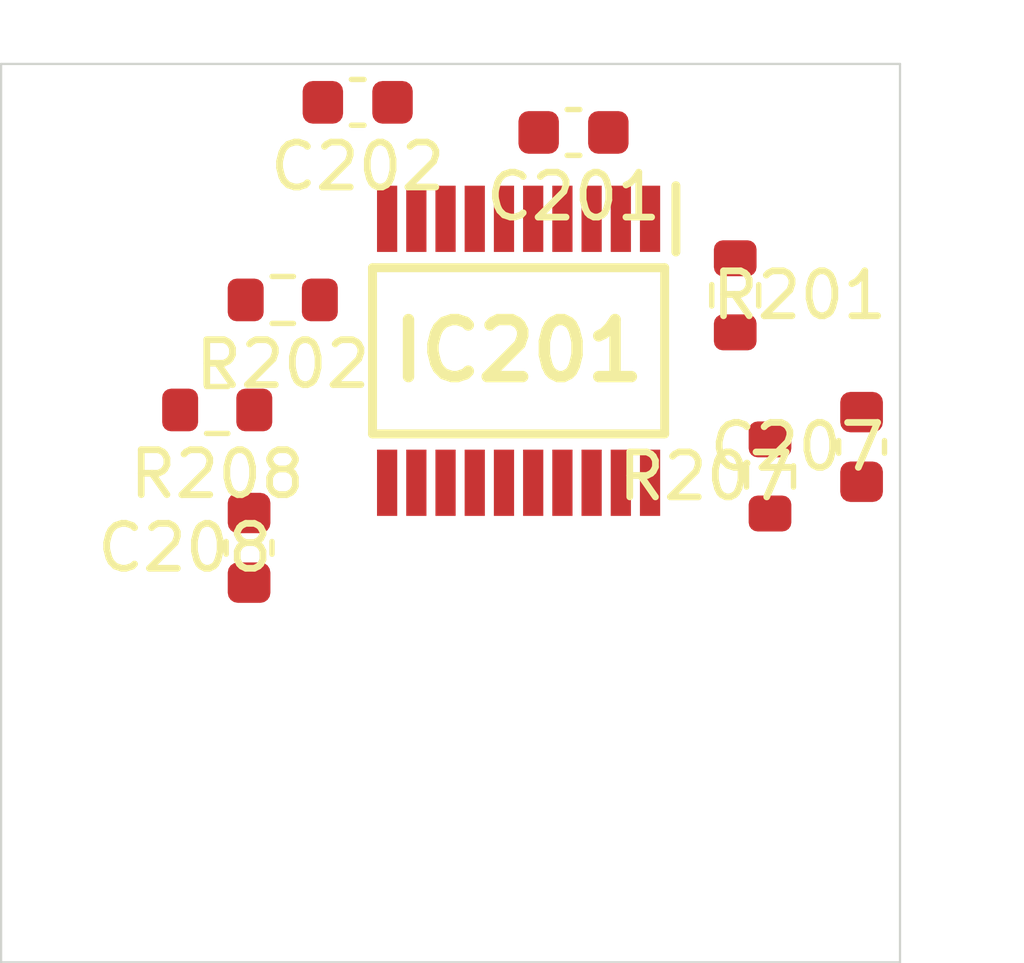
<source format=kicad_pcb>
 ( kicad_pcb  ( version 20171130 )
 ( host pcbnew 5.1.12-84ad8e8a86~92~ubuntu18.04.1 )
 ( general  ( thickness 1.6 )
 ( drawings 4 )
 ( tracks 0 )
 ( zones 0 )
 ( modules 9 )
 ( nets 19 )
)
 ( page A4 )
 ( layers  ( 0 F.Cu signal )
 ( 31 B.Cu signal )
 ( 32 B.Adhes user )
 ( 33 F.Adhes user )
 ( 34 B.Paste user )
 ( 35 F.Paste user )
 ( 36 B.SilkS user )
 ( 37 F.SilkS user )
 ( 38 B.Mask user )
 ( 39 F.Mask user )
 ( 40 Dwgs.User user )
 ( 41 Cmts.User user )
 ( 42 Eco1.User user )
 ( 43 Eco2.User user )
 ( 44 Edge.Cuts user )
 ( 45 Margin user )
 ( 46 B.CrtYd user )
 ( 47 F.CrtYd user )
 ( 48 B.Fab user )
 ( 49 F.Fab user )
)
 ( setup  ( last_trace_width 0.25 )
 ( trace_clearance 0.2 )
 ( zone_clearance 0.508 )
 ( zone_45_only no )
 ( trace_min 0.2 )
 ( via_size 0.8 )
 ( via_drill 0.4 )
 ( via_min_size 0.4 )
 ( via_min_drill 0.3 )
 ( uvia_size 0.3 )
 ( uvia_drill 0.1 )
 ( uvias_allowed no )
 ( uvia_min_size 0.2 )
 ( uvia_min_drill 0.1 )
 ( edge_width 0.05 )
 ( segment_width 0.2 )
 ( pcb_text_width 0.3 )
 ( pcb_text_size 1.5 1.5 )
 ( mod_edge_width 0.12 )
 ( mod_text_size 1 1 )
 ( mod_text_width 0.15 )
 ( pad_size 1.524 1.524 )
 ( pad_drill 0.762 )
 ( pad_to_mask_clearance 0 )
 ( aux_axis_origin 0 0 )
 ( visible_elements FFFFFF7F )
 ( pcbplotparams  ( layerselection 0x010fc_ffffffff )
 ( usegerberextensions false )
 ( usegerberattributes true )
 ( usegerberadvancedattributes true )
 ( creategerberjobfile true )
 ( excludeedgelayer true )
 ( linewidth 0.100000 )
 ( plotframeref false )
 ( viasonmask false )
 ( mode 1 )
 ( useauxorigin false )
 ( hpglpennumber 1 )
 ( hpglpenspeed 20 )
 ( hpglpendiameter 15.000000 )
 ( psnegative false )
 ( psa4output false )
 ( plotreference true )
 ( plotvalue true )
 ( plotinvisibletext false )
 ( padsonsilk false )
 ( subtractmaskfromsilk false )
 ( outputformat 1 )
 ( mirror false )
 ( drillshape 1 )
 ( scaleselection 1 )
 ( outputdirectory "" )
)
)
 ( net 0 "" )
 ( net 1 GND )
 ( net 2 /Sheet6235D886/ch0 )
 ( net 3 /Sheet6235D886/ch1 )
 ( net 4 /Sheet6235D886/ch2 )
 ( net 5 /Sheet6235D886/ch3 )
 ( net 6 /Sheet6235D886/ch4 )
 ( net 7 /Sheet6235D886/ch5 )
 ( net 8 /Sheet6235D886/ch6 )
 ( net 9 /Sheet6235D886/ch7 )
 ( net 10 VDD )
 ( net 11 VDDA )
 ( net 12 /Sheet6235D886/adc_csn )
 ( net 13 /Sheet6235D886/adc_sck )
 ( net 14 /Sheet6235D886/adc_sdi )
 ( net 15 /Sheet6235D886/adc_sdo )
 ( net 16 /Sheet6235D886/vp )
 ( net 17 /Sheet6248AD22/chn0 )
 ( net 18 /Sheet6248AD22/chn3 )
 ( net_class Default "This is the default net class."  ( clearance 0.2 )
 ( trace_width 0.25 )
 ( via_dia 0.8 )
 ( via_drill 0.4 )
 ( uvia_dia 0.3 )
 ( uvia_drill 0.1 )
 ( add_net /Sheet6235D886/adc_csn )
 ( add_net /Sheet6235D886/adc_sck )
 ( add_net /Sheet6235D886/adc_sdi )
 ( add_net /Sheet6235D886/adc_sdo )
 ( add_net /Sheet6235D886/ch0 )
 ( add_net /Sheet6235D886/ch1 )
 ( add_net /Sheet6235D886/ch2 )
 ( add_net /Sheet6235D886/ch3 )
 ( add_net /Sheet6235D886/ch4 )
 ( add_net /Sheet6235D886/ch5 )
 ( add_net /Sheet6235D886/ch6 )
 ( add_net /Sheet6235D886/ch7 )
 ( add_net /Sheet6235D886/vp )
 ( add_net /Sheet6248AD22/chn0 )
 ( add_net /Sheet6248AD22/chn3 )
 ( add_net GND )
 ( add_net VDD )
 ( add_net VDDA )
)
 ( module Capacitor_SMD:C_0603_1608Metric  ( layer F.Cu )
 ( tedit 5F68FEEE )
 ( tstamp 6234222D )
 ( at 92.735346 101.524821 180.000000 )
 ( descr "Capacitor SMD 0603 (1608 Metric), square (rectangular) end terminal, IPC_7351 nominal, (Body size source: IPC-SM-782 page 76, https://www.pcb-3d.com/wordpress/wp-content/uploads/ipc-sm-782a_amendment_1_and_2.pdf), generated with kicad-footprint-generator" )
 ( tags capacitor )
 ( path /6235D887/623691C5 )
 ( attr smd )
 ( fp_text reference C201  ( at 0 -1.43 )
 ( layer F.SilkS )
 ( effects  ( font  ( size 1 1 )
 ( thickness 0.15 )
)
)
)
 ( fp_text value 0.1uF  ( at 0 1.43 )
 ( layer F.Fab )
 ( effects  ( font  ( size 1 1 )
 ( thickness 0.15 )
)
)
)
 ( fp_line  ( start -0.8 0.4 )
 ( end -0.8 -0.4 )
 ( layer F.Fab )
 ( width 0.1 )
)
 ( fp_line  ( start -0.8 -0.4 )
 ( end 0.8 -0.4 )
 ( layer F.Fab )
 ( width 0.1 )
)
 ( fp_line  ( start 0.8 -0.4 )
 ( end 0.8 0.4 )
 ( layer F.Fab )
 ( width 0.1 )
)
 ( fp_line  ( start 0.8 0.4 )
 ( end -0.8 0.4 )
 ( layer F.Fab )
 ( width 0.1 )
)
 ( fp_line  ( start -0.14058 -0.51 )
 ( end 0.14058 -0.51 )
 ( layer F.SilkS )
 ( width 0.12 )
)
 ( fp_line  ( start -0.14058 0.51 )
 ( end 0.14058 0.51 )
 ( layer F.SilkS )
 ( width 0.12 )
)
 ( fp_line  ( start -1.48 0.73 )
 ( end -1.48 -0.73 )
 ( layer F.CrtYd )
 ( width 0.05 )
)
 ( fp_line  ( start -1.48 -0.73 )
 ( end 1.48 -0.73 )
 ( layer F.CrtYd )
 ( width 0.05 )
)
 ( fp_line  ( start 1.48 -0.73 )
 ( end 1.48 0.73 )
 ( layer F.CrtYd )
 ( width 0.05 )
)
 ( fp_line  ( start 1.48 0.73 )
 ( end -1.48 0.73 )
 ( layer F.CrtYd )
 ( width 0.05 )
)
 ( fp_text user %R  ( at 0 0 )
 ( layer F.Fab )
 ( effects  ( font  ( size 0.4 0.4 )
 ( thickness 0.06 )
)
)
)
 ( pad 2 smd roundrect  ( at 0.775 0 180.000000 )
 ( size 0.9 0.95 )
 ( layers F.Cu F.Mask F.Paste )
 ( roundrect_rratio 0.25 )
 ( net 1 GND )
)
 ( pad 1 smd roundrect  ( at -0.775 0 180.000000 )
 ( size 0.9 0.95 )
 ( layers F.Cu F.Mask F.Paste )
 ( roundrect_rratio 0.25 )
 ( net 2 /Sheet6235D886/ch0 )
)
 ( model ${KISYS3DMOD}/Capacitor_SMD.3dshapes/C_0603_1608Metric.wrl  ( at  ( xyz 0 0 0 )
)
 ( scale  ( xyz 1 1 1 )
)
 ( rotate  ( xyz 0 0 0 )
)
)
)
 ( module Capacitor_SMD:C_0603_1608Metric  ( layer F.Cu )
 ( tedit 5F68FEEE )
 ( tstamp 6234223E )
 ( at 87.933521 100.855000 180.000000 )
 ( descr "Capacitor SMD 0603 (1608 Metric), square (rectangular) end terminal, IPC_7351 nominal, (Body size source: IPC-SM-782 page 76, https://www.pcb-3d.com/wordpress/wp-content/uploads/ipc-sm-782a_amendment_1_and_2.pdf), generated with kicad-footprint-generator" )
 ( tags capacitor )
 ( path /6235D887/62369EE0 )
 ( attr smd )
 ( fp_text reference C202  ( at 0 -1.43 )
 ( layer F.SilkS )
 ( effects  ( font  ( size 1 1 )
 ( thickness 0.15 )
)
)
)
 ( fp_text value 0.1uF  ( at 0 1.43 )
 ( layer F.Fab )
 ( effects  ( font  ( size 1 1 )
 ( thickness 0.15 )
)
)
)
 ( fp_line  ( start 1.48 0.73 )
 ( end -1.48 0.73 )
 ( layer F.CrtYd )
 ( width 0.05 )
)
 ( fp_line  ( start 1.48 -0.73 )
 ( end 1.48 0.73 )
 ( layer F.CrtYd )
 ( width 0.05 )
)
 ( fp_line  ( start -1.48 -0.73 )
 ( end 1.48 -0.73 )
 ( layer F.CrtYd )
 ( width 0.05 )
)
 ( fp_line  ( start -1.48 0.73 )
 ( end -1.48 -0.73 )
 ( layer F.CrtYd )
 ( width 0.05 )
)
 ( fp_line  ( start -0.14058 0.51 )
 ( end 0.14058 0.51 )
 ( layer F.SilkS )
 ( width 0.12 )
)
 ( fp_line  ( start -0.14058 -0.51 )
 ( end 0.14058 -0.51 )
 ( layer F.SilkS )
 ( width 0.12 )
)
 ( fp_line  ( start 0.8 0.4 )
 ( end -0.8 0.4 )
 ( layer F.Fab )
 ( width 0.1 )
)
 ( fp_line  ( start 0.8 -0.4 )
 ( end 0.8 0.4 )
 ( layer F.Fab )
 ( width 0.1 )
)
 ( fp_line  ( start -0.8 -0.4 )
 ( end 0.8 -0.4 )
 ( layer F.Fab )
 ( width 0.1 )
)
 ( fp_line  ( start -0.8 0.4 )
 ( end -0.8 -0.4 )
 ( layer F.Fab )
 ( width 0.1 )
)
 ( fp_text user %R  ( at 0 0 )
 ( layer F.Fab )
 ( effects  ( font  ( size 0.4 0.4 )
 ( thickness 0.06 )
)
)
)
 ( pad 1 smd roundrect  ( at -0.775 0 180.000000 )
 ( size 0.9 0.95 )
 ( layers F.Cu F.Mask F.Paste )
 ( roundrect_rratio 0.25 )
 ( net 1 GND )
)
 ( pad 2 smd roundrect  ( at 0.775 0 180.000000 )
 ( size 0.9 0.95 )
 ( layers F.Cu F.Mask F.Paste )
 ( roundrect_rratio 0.25 )
 ( net 3 /Sheet6235D886/ch1 )
)
 ( model ${KISYS3DMOD}/Capacitor_SMD.3dshapes/C_0603_1608Metric.wrl  ( at  ( xyz 0 0 0 )
)
 ( scale  ( xyz 1 1 1 )
)
 ( rotate  ( xyz 0 0 0 )
)
)
)
 ( module Capacitor_SMD:C_0603_1608Metric  ( layer F.Cu )
 ( tedit 5F68FEEE )
 ( tstamp 62342293 )
 ( at 99.145000 108.526040 90.000000 )
 ( descr "Capacitor SMD 0603 (1608 Metric), square (rectangular) end terminal, IPC_7351 nominal, (Body size source: IPC-SM-782 page 76, https://www.pcb-3d.com/wordpress/wp-content/uploads/ipc-sm-782a_amendment_1_and_2.pdf), generated with kicad-footprint-generator" )
 ( tags capacitor )
 ( path /6235D887/6238B3FE )
 ( attr smd )
 ( fp_text reference C207  ( at 0 -1.43 )
 ( layer F.SilkS )
 ( effects  ( font  ( size 1 1 )
 ( thickness 0.15 )
)
)
)
 ( fp_text value 0.1uF  ( at 0 1.43 )
 ( layer F.Fab )
 ( effects  ( font  ( size 1 1 )
 ( thickness 0.15 )
)
)
)
 ( fp_line  ( start -0.8 0.4 )
 ( end -0.8 -0.4 )
 ( layer F.Fab )
 ( width 0.1 )
)
 ( fp_line  ( start -0.8 -0.4 )
 ( end 0.8 -0.4 )
 ( layer F.Fab )
 ( width 0.1 )
)
 ( fp_line  ( start 0.8 -0.4 )
 ( end 0.8 0.4 )
 ( layer F.Fab )
 ( width 0.1 )
)
 ( fp_line  ( start 0.8 0.4 )
 ( end -0.8 0.4 )
 ( layer F.Fab )
 ( width 0.1 )
)
 ( fp_line  ( start -0.14058 -0.51 )
 ( end 0.14058 -0.51 )
 ( layer F.SilkS )
 ( width 0.12 )
)
 ( fp_line  ( start -0.14058 0.51 )
 ( end 0.14058 0.51 )
 ( layer F.SilkS )
 ( width 0.12 )
)
 ( fp_line  ( start -1.48 0.73 )
 ( end -1.48 -0.73 )
 ( layer F.CrtYd )
 ( width 0.05 )
)
 ( fp_line  ( start -1.48 -0.73 )
 ( end 1.48 -0.73 )
 ( layer F.CrtYd )
 ( width 0.05 )
)
 ( fp_line  ( start 1.48 -0.73 )
 ( end 1.48 0.73 )
 ( layer F.CrtYd )
 ( width 0.05 )
)
 ( fp_line  ( start 1.48 0.73 )
 ( end -1.48 0.73 )
 ( layer F.CrtYd )
 ( width 0.05 )
)
 ( fp_text user %R  ( at 0 0 )
 ( layer F.Fab )
 ( effects  ( font  ( size 0.4 0.4 )
 ( thickness 0.06 )
)
)
)
 ( pad 2 smd roundrect  ( at 0.775 0 90.000000 )
 ( size 0.9 0.95 )
 ( layers F.Cu F.Mask F.Paste )
 ( roundrect_rratio 0.25 )
 ( net 1 GND )
)
 ( pad 1 smd roundrect  ( at -0.775 0 90.000000 )
 ( size 0.9 0.95 )
 ( layers F.Cu F.Mask F.Paste )
 ( roundrect_rratio 0.25 )
 ( net 8 /Sheet6235D886/ch6 )
)
 ( model ${KISYS3DMOD}/Capacitor_SMD.3dshapes/C_0603_1608Metric.wrl  ( at  ( xyz 0 0 0 )
)
 ( scale  ( xyz 1 1 1 )
)
 ( rotate  ( xyz 0 0 0 )
)
)
)
 ( module Capacitor_SMD:C_0603_1608Metric  ( layer F.Cu )
 ( tedit 5F68FEEE )
 ( tstamp 623422A4 )
 ( at 85.516975 110.772342 90.000000 )
 ( descr "Capacitor SMD 0603 (1608 Metric), square (rectangular) end terminal, IPC_7351 nominal, (Body size source: IPC-SM-782 page 76, https://www.pcb-3d.com/wordpress/wp-content/uploads/ipc-sm-782a_amendment_1_and_2.pdf), generated with kicad-footprint-generator" )
 ( tags capacitor )
 ( path /6235D887/6238B404 )
 ( attr smd )
 ( fp_text reference C208  ( at 0 -1.43 )
 ( layer F.SilkS )
 ( effects  ( font  ( size 1 1 )
 ( thickness 0.15 )
)
)
)
 ( fp_text value 0.1uF  ( at 0 1.43 )
 ( layer F.Fab )
 ( effects  ( font  ( size 1 1 )
 ( thickness 0.15 )
)
)
)
 ( fp_line  ( start 1.48 0.73 )
 ( end -1.48 0.73 )
 ( layer F.CrtYd )
 ( width 0.05 )
)
 ( fp_line  ( start 1.48 -0.73 )
 ( end 1.48 0.73 )
 ( layer F.CrtYd )
 ( width 0.05 )
)
 ( fp_line  ( start -1.48 -0.73 )
 ( end 1.48 -0.73 )
 ( layer F.CrtYd )
 ( width 0.05 )
)
 ( fp_line  ( start -1.48 0.73 )
 ( end -1.48 -0.73 )
 ( layer F.CrtYd )
 ( width 0.05 )
)
 ( fp_line  ( start -0.14058 0.51 )
 ( end 0.14058 0.51 )
 ( layer F.SilkS )
 ( width 0.12 )
)
 ( fp_line  ( start -0.14058 -0.51 )
 ( end 0.14058 -0.51 )
 ( layer F.SilkS )
 ( width 0.12 )
)
 ( fp_line  ( start 0.8 0.4 )
 ( end -0.8 0.4 )
 ( layer F.Fab )
 ( width 0.1 )
)
 ( fp_line  ( start 0.8 -0.4 )
 ( end 0.8 0.4 )
 ( layer F.Fab )
 ( width 0.1 )
)
 ( fp_line  ( start -0.8 -0.4 )
 ( end 0.8 -0.4 )
 ( layer F.Fab )
 ( width 0.1 )
)
 ( fp_line  ( start -0.8 0.4 )
 ( end -0.8 -0.4 )
 ( layer F.Fab )
 ( width 0.1 )
)
 ( fp_text user %R  ( at 0 0 )
 ( layer F.Fab )
 ( effects  ( font  ( size 0.4 0.4 )
 ( thickness 0.06 )
)
)
)
 ( pad 1 smd roundrect  ( at -0.775 0 90.000000 )
 ( size 0.9 0.95 )
 ( layers F.Cu F.Mask F.Paste )
 ( roundrect_rratio 0.25 )
 ( net 1 GND )
)
 ( pad 2 smd roundrect  ( at 0.775 0 90.000000 )
 ( size 0.9 0.95 )
 ( layers F.Cu F.Mask F.Paste )
 ( roundrect_rratio 0.25 )
 ( net 9 /Sheet6235D886/ch7 )
)
 ( model ${KISYS3DMOD}/Capacitor_SMD.3dshapes/C_0603_1608Metric.wrl  ( at  ( xyz 0 0 0 )
)
 ( scale  ( xyz 1 1 1 )
)
 ( rotate  ( xyz 0 0 0 )
)
)
)
 ( module MCP3564R-E_ST:SOP65P640X120-20N locked  ( layer F.Cu )
 ( tedit 623351C2 )
 ( tstamp 623423D6 )
 ( at 91.513300 106.386000 270.000000 )
 ( descr "20-Lead Plastic Thin Shrink Small Outline (ST) - 4.4mm body [TSSOP]" )
 ( tags "Integrated Circuit" )
 ( path /6235D887/6235E071 )
 ( attr smd )
 ( fp_text reference IC201  ( at 0 0 )
 ( layer F.SilkS )
 ( effects  ( font  ( size 1.27 1.27 )
 ( thickness 0.254 )
)
)
)
 ( fp_text value MCP3564R-E_ST  ( at 0 0 )
 ( layer F.SilkS )
hide  ( effects  ( font  ( size 1.27 1.27 )
 ( thickness 0.254 )
)
)
)
 ( fp_line  ( start -3.925 -3.55 )
 ( end 3.925 -3.55 )
 ( layer Dwgs.User )
 ( width 0.05 )
)
 ( fp_line  ( start 3.925 -3.55 )
 ( end 3.925 3.55 )
 ( layer Dwgs.User )
 ( width 0.05 )
)
 ( fp_line  ( start 3.925 3.55 )
 ( end -3.925 3.55 )
 ( layer Dwgs.User )
 ( width 0.05 )
)
 ( fp_line  ( start -3.925 3.55 )
 ( end -3.925 -3.55 )
 ( layer Dwgs.User )
 ( width 0.05 )
)
 ( fp_line  ( start -2.2 -3.25 )
 ( end 2.2 -3.25 )
 ( layer Dwgs.User )
 ( width 0.1 )
)
 ( fp_line  ( start 2.2 -3.25 )
 ( end 2.2 3.25 )
 ( layer Dwgs.User )
 ( width 0.1 )
)
 ( fp_line  ( start 2.2 3.25 )
 ( end -2.2 3.25 )
 ( layer Dwgs.User )
 ( width 0.1 )
)
 ( fp_line  ( start -2.2 3.25 )
 ( end -2.2 -3.25 )
 ( layer Dwgs.User )
 ( width 0.1 )
)
 ( fp_line  ( start -2.2 -2.6 )
 ( end -1.55 -3.25 )
 ( layer Dwgs.User )
 ( width 0.1 )
)
 ( fp_line  ( start -1.85 -3.25 )
 ( end 1.85 -3.25 )
 ( layer F.SilkS )
 ( width 0.2 )
)
 ( fp_line  ( start 1.85 -3.25 )
 ( end 1.85 3.25 )
 ( layer F.SilkS )
 ( width 0.2 )
)
 ( fp_line  ( start 1.85 3.25 )
 ( end -1.85 3.25 )
 ( layer F.SilkS )
 ( width 0.2 )
)
 ( fp_line  ( start -1.85 3.25 )
 ( end -1.85 -3.25 )
 ( layer F.SilkS )
 ( width 0.2 )
)
 ( fp_line  ( start -3.675 -3.5 )
 ( end -2.2 -3.5 )
 ( layer F.SilkS )
 ( width 0.2 )
)
 ( pad 1 smd rect  ( at -2.938 -2.925 )
 ( size 0.45 1.475 )
 ( layers F.Cu F.Mask F.Paste )
 ( net 11 VDDA )
)
 ( pad 2 smd rect  ( at -2.938 -2.275 )
 ( size 0.45 1.475 )
 ( layers F.Cu F.Mask F.Paste )
 ( net 1 GND )
)
 ( pad 3 smd rect  ( at -2.938 -1.625 )
 ( size 0.45 1.475 )
 ( layers F.Cu F.Mask F.Paste )
 ( net 1 GND )
)
 ( pad 4 smd rect  ( at -2.938 -0.975 )
 ( size 0.45 1.475 )
 ( layers F.Cu F.Mask F.Paste )
)
 ( pad 5 smd rect  ( at -2.938 -0.325 )
 ( size 0.45 1.475 )
 ( layers F.Cu F.Mask F.Paste )
 ( net 2 /Sheet6235D886/ch0 )
)
 ( pad 6 smd rect  ( at -2.938 0.325 )
 ( size 0.45 1.475 )
 ( layers F.Cu F.Mask F.Paste )
 ( net 3 /Sheet6235D886/ch1 )
)
 ( pad 7 smd rect  ( at -2.938 0.975 )
 ( size 0.45 1.475 )
 ( layers F.Cu F.Mask F.Paste )
 ( net 4 /Sheet6235D886/ch2 )
)
 ( pad 8 smd rect  ( at -2.938 1.625 )
 ( size 0.45 1.475 )
 ( layers F.Cu F.Mask F.Paste )
 ( net 5 /Sheet6235D886/ch3 )
)
 ( pad 9 smd rect  ( at -2.938 2.275 )
 ( size 0.45 1.475 )
 ( layers F.Cu F.Mask F.Paste )
 ( net 6 /Sheet6235D886/ch4 )
)
 ( pad 10 smd rect  ( at -2.938 2.925 )
 ( size 0.45 1.475 )
 ( layers F.Cu F.Mask F.Paste )
 ( net 7 /Sheet6235D886/ch5 )
)
 ( pad 11 smd rect  ( at 2.938 2.925 )
 ( size 0.45 1.475 )
 ( layers F.Cu F.Mask F.Paste )
 ( net 8 /Sheet6235D886/ch6 )
)
 ( pad 12 smd rect  ( at 2.938 2.275 )
 ( size 0.45 1.475 )
 ( layers F.Cu F.Mask F.Paste )
 ( net 9 /Sheet6235D886/ch7 )
)
 ( pad 13 smd rect  ( at 2.938 1.625 )
 ( size 0.45 1.475 )
 ( layers F.Cu F.Mask F.Paste )
 ( net 12 /Sheet6235D886/adc_csn )
)
 ( pad 14 smd rect  ( at 2.938 0.975 )
 ( size 0.45 1.475 )
 ( layers F.Cu F.Mask F.Paste )
 ( net 13 /Sheet6235D886/adc_sck )
)
 ( pad 15 smd rect  ( at 2.938 0.325 )
 ( size 0.45 1.475 )
 ( layers F.Cu F.Mask F.Paste )
 ( net 14 /Sheet6235D886/adc_sdi )
)
 ( pad 16 smd rect  ( at 2.938 -0.325 )
 ( size 0.45 1.475 )
 ( layers F.Cu F.Mask F.Paste )
 ( net 15 /Sheet6235D886/adc_sdo )
)
 ( pad 17 smd rect  ( at 2.938 -0.975 )
 ( size 0.45 1.475 )
 ( layers F.Cu F.Mask F.Paste )
)
 ( pad 18 smd rect  ( at 2.938 -1.625 )
 ( size 0.45 1.475 )
 ( layers F.Cu F.Mask F.Paste )
)
 ( pad 19 smd rect  ( at 2.938 -2.275 )
 ( size 0.45 1.475 )
 ( layers F.Cu F.Mask F.Paste )
 ( net 1 GND )
)
 ( pad 20 smd rect  ( at 2.938 -2.925 )
 ( size 0.45 1.475 )
 ( layers F.Cu F.Mask F.Paste )
 ( net 10 VDD )
)
)
 ( module Resistor_SMD:R_0603_1608Metric  ( layer F.Cu )
 ( tedit 5F68FEEE )
 ( tstamp 6234250D )
 ( at 96.333416 105.151158 270.000000 )
 ( descr "Resistor SMD 0603 (1608 Metric), square (rectangular) end terminal, IPC_7351 nominal, (Body size source: IPC-SM-782 page 72, https://www.pcb-3d.com/wordpress/wp-content/uploads/ipc-sm-782a_amendment_1_and_2.pdf), generated with kicad-footprint-generator" )
 ( tags resistor )
 ( path /6235D887/623641B7 )
 ( attr smd )
 ( fp_text reference R201  ( at 0 -1.43 )
 ( layer F.SilkS )
 ( effects  ( font  ( size 1 1 )
 ( thickness 0.15 )
)
)
)
 ( fp_text value 1k  ( at 0 1.43 )
 ( layer F.Fab )
 ( effects  ( font  ( size 1 1 )
 ( thickness 0.15 )
)
)
)
 ( fp_line  ( start -0.8 0.4125 )
 ( end -0.8 -0.4125 )
 ( layer F.Fab )
 ( width 0.1 )
)
 ( fp_line  ( start -0.8 -0.4125 )
 ( end 0.8 -0.4125 )
 ( layer F.Fab )
 ( width 0.1 )
)
 ( fp_line  ( start 0.8 -0.4125 )
 ( end 0.8 0.4125 )
 ( layer F.Fab )
 ( width 0.1 )
)
 ( fp_line  ( start 0.8 0.4125 )
 ( end -0.8 0.4125 )
 ( layer F.Fab )
 ( width 0.1 )
)
 ( fp_line  ( start -0.237258 -0.5225 )
 ( end 0.237258 -0.5225 )
 ( layer F.SilkS )
 ( width 0.12 )
)
 ( fp_line  ( start -0.237258 0.5225 )
 ( end 0.237258 0.5225 )
 ( layer F.SilkS )
 ( width 0.12 )
)
 ( fp_line  ( start -1.48 0.73 )
 ( end -1.48 -0.73 )
 ( layer F.CrtYd )
 ( width 0.05 )
)
 ( fp_line  ( start -1.48 -0.73 )
 ( end 1.48 -0.73 )
 ( layer F.CrtYd )
 ( width 0.05 )
)
 ( fp_line  ( start 1.48 -0.73 )
 ( end 1.48 0.73 )
 ( layer F.CrtYd )
 ( width 0.05 )
)
 ( fp_line  ( start 1.48 0.73 )
 ( end -1.48 0.73 )
 ( layer F.CrtYd )
 ( width 0.05 )
)
 ( fp_text user %R  ( at 0 0 )
 ( layer F.Fab )
 ( effects  ( font  ( size 0.4 0.4 )
 ( thickness 0.06 )
)
)
)
 ( pad 2 smd roundrect  ( at 0.825 0 270.000000 )
 ( size 0.8 0.95 )
 ( layers F.Cu F.Mask F.Paste )
 ( roundrect_rratio 0.25 )
 ( net 16 /Sheet6235D886/vp )
)
 ( pad 1 smd roundrect  ( at -0.825 0 270.000000 )
 ( size 0.8 0.95 )
 ( layers F.Cu F.Mask F.Paste )
 ( roundrect_rratio 0.25 )
 ( net 2 /Sheet6235D886/ch0 )
)
 ( model ${KISYS3DMOD}/Resistor_SMD.3dshapes/R_0603_1608Metric.wrl  ( at  ( xyz 0 0 0 )
)
 ( scale  ( xyz 1 1 1 )
)
 ( rotate  ( xyz 0 0 0 )
)
)
)
 ( module Resistor_SMD:R_0603_1608Metric  ( layer F.Cu )
 ( tedit 5F68FEEE )
 ( tstamp 6234251E )
 ( at 86.266485 105.253865 180.000000 )
 ( descr "Resistor SMD 0603 (1608 Metric), square (rectangular) end terminal, IPC_7351 nominal, (Body size source: IPC-SM-782 page 72, https://www.pcb-3d.com/wordpress/wp-content/uploads/ipc-sm-782a_amendment_1_and_2.pdf), generated with kicad-footprint-generator" )
 ( tags resistor )
 ( path /6235D887/6236A646 )
 ( attr smd )
 ( fp_text reference R202  ( at 0 -1.43 )
 ( layer F.SilkS )
 ( effects  ( font  ( size 1 1 )
 ( thickness 0.15 )
)
)
)
 ( fp_text value 1k  ( at 0 1.43 )
 ( layer F.Fab )
 ( effects  ( font  ( size 1 1 )
 ( thickness 0.15 )
)
)
)
 ( fp_line  ( start 1.48 0.73 )
 ( end -1.48 0.73 )
 ( layer F.CrtYd )
 ( width 0.05 )
)
 ( fp_line  ( start 1.48 -0.73 )
 ( end 1.48 0.73 )
 ( layer F.CrtYd )
 ( width 0.05 )
)
 ( fp_line  ( start -1.48 -0.73 )
 ( end 1.48 -0.73 )
 ( layer F.CrtYd )
 ( width 0.05 )
)
 ( fp_line  ( start -1.48 0.73 )
 ( end -1.48 -0.73 )
 ( layer F.CrtYd )
 ( width 0.05 )
)
 ( fp_line  ( start -0.237258 0.5225 )
 ( end 0.237258 0.5225 )
 ( layer F.SilkS )
 ( width 0.12 )
)
 ( fp_line  ( start -0.237258 -0.5225 )
 ( end 0.237258 -0.5225 )
 ( layer F.SilkS )
 ( width 0.12 )
)
 ( fp_line  ( start 0.8 0.4125 )
 ( end -0.8 0.4125 )
 ( layer F.Fab )
 ( width 0.1 )
)
 ( fp_line  ( start 0.8 -0.4125 )
 ( end 0.8 0.4125 )
 ( layer F.Fab )
 ( width 0.1 )
)
 ( fp_line  ( start -0.8 -0.4125 )
 ( end 0.8 -0.4125 )
 ( layer F.Fab )
 ( width 0.1 )
)
 ( fp_line  ( start -0.8 0.4125 )
 ( end -0.8 -0.4125 )
 ( layer F.Fab )
 ( width 0.1 )
)
 ( fp_text user %R  ( at 0 0 )
 ( layer F.Fab )
 ( effects  ( font  ( size 0.4 0.4 )
 ( thickness 0.06 )
)
)
)
 ( pad 1 smd roundrect  ( at -0.825 0 180.000000 )
 ( size 0.8 0.95 )
 ( layers F.Cu F.Mask F.Paste )
 ( roundrect_rratio 0.25 )
 ( net 3 /Sheet6235D886/ch1 )
)
 ( pad 2 smd roundrect  ( at 0.825 0 180.000000 )
 ( size 0.8 0.95 )
 ( layers F.Cu F.Mask F.Paste )
 ( roundrect_rratio 0.25 )
 ( net 17 /Sheet6248AD22/chn0 )
)
 ( model ${KISYS3DMOD}/Resistor_SMD.3dshapes/R_0603_1608Metric.wrl  ( at  ( xyz 0 0 0 )
)
 ( scale  ( xyz 1 1 1 )
)
 ( rotate  ( xyz 0 0 0 )
)
)
)
 ( module Resistor_SMD:R_0603_1608Metric  ( layer F.Cu )
 ( tedit 5F68FEEE )
 ( tstamp 62342573 )
 ( at 97.107430 109.183407 90.000000 )
 ( descr "Resistor SMD 0603 (1608 Metric), square (rectangular) end terminal, IPC_7351 nominal, (Body size source: IPC-SM-782 page 72, https://www.pcb-3d.com/wordpress/wp-content/uploads/ipc-sm-782a_amendment_1_and_2.pdf), generated with kicad-footprint-generator" )
 ( tags resistor )
 ( path /6235D887/6238B3F8 )
 ( attr smd )
 ( fp_text reference R207  ( at 0 -1.43 )
 ( layer F.SilkS )
 ( effects  ( font  ( size 1 1 )
 ( thickness 0.15 )
)
)
)
 ( fp_text value 1k  ( at 0 1.43 )
 ( layer F.Fab )
 ( effects  ( font  ( size 1 1 )
 ( thickness 0.15 )
)
)
)
 ( fp_line  ( start -0.8 0.4125 )
 ( end -0.8 -0.4125 )
 ( layer F.Fab )
 ( width 0.1 )
)
 ( fp_line  ( start -0.8 -0.4125 )
 ( end 0.8 -0.4125 )
 ( layer F.Fab )
 ( width 0.1 )
)
 ( fp_line  ( start 0.8 -0.4125 )
 ( end 0.8 0.4125 )
 ( layer F.Fab )
 ( width 0.1 )
)
 ( fp_line  ( start 0.8 0.4125 )
 ( end -0.8 0.4125 )
 ( layer F.Fab )
 ( width 0.1 )
)
 ( fp_line  ( start -0.237258 -0.5225 )
 ( end 0.237258 -0.5225 )
 ( layer F.SilkS )
 ( width 0.12 )
)
 ( fp_line  ( start -0.237258 0.5225 )
 ( end 0.237258 0.5225 )
 ( layer F.SilkS )
 ( width 0.12 )
)
 ( fp_line  ( start -1.48 0.73 )
 ( end -1.48 -0.73 )
 ( layer F.CrtYd )
 ( width 0.05 )
)
 ( fp_line  ( start -1.48 -0.73 )
 ( end 1.48 -0.73 )
 ( layer F.CrtYd )
 ( width 0.05 )
)
 ( fp_line  ( start 1.48 -0.73 )
 ( end 1.48 0.73 )
 ( layer F.CrtYd )
 ( width 0.05 )
)
 ( fp_line  ( start 1.48 0.73 )
 ( end -1.48 0.73 )
 ( layer F.CrtYd )
 ( width 0.05 )
)
 ( fp_text user %R  ( at 0 0 )
 ( layer F.Fab )
 ( effects  ( font  ( size 0.4 0.4 )
 ( thickness 0.06 )
)
)
)
 ( pad 2 smd roundrect  ( at 0.825 0 90.000000 )
 ( size 0.8 0.95 )
 ( layers F.Cu F.Mask F.Paste )
 ( roundrect_rratio 0.25 )
 ( net 16 /Sheet6235D886/vp )
)
 ( pad 1 smd roundrect  ( at -0.825 0 90.000000 )
 ( size 0.8 0.95 )
 ( layers F.Cu F.Mask F.Paste )
 ( roundrect_rratio 0.25 )
 ( net 8 /Sheet6235D886/ch6 )
)
 ( model ${KISYS3DMOD}/Resistor_SMD.3dshapes/R_0603_1608Metric.wrl  ( at  ( xyz 0 0 0 )
)
 ( scale  ( xyz 1 1 1 )
)
 ( rotate  ( xyz 0 0 0 )
)
)
)
 ( module Resistor_SMD:R_0603_1608Metric  ( layer F.Cu )
 ( tedit 5F68FEEE )
 ( tstamp 62342584 )
 ( at 84.808068 107.703301 180.000000 )
 ( descr "Resistor SMD 0603 (1608 Metric), square (rectangular) end terminal, IPC_7351 nominal, (Body size source: IPC-SM-782 page 72, https://www.pcb-3d.com/wordpress/wp-content/uploads/ipc-sm-782a_amendment_1_and_2.pdf), generated with kicad-footprint-generator" )
 ( tags resistor )
 ( path /6235D887/6238B40A )
 ( attr smd )
 ( fp_text reference R208  ( at 0 -1.43 )
 ( layer F.SilkS )
 ( effects  ( font  ( size 1 1 )
 ( thickness 0.15 )
)
)
)
 ( fp_text value 1k  ( at 0 1.43 )
 ( layer F.Fab )
 ( effects  ( font  ( size 1 1 )
 ( thickness 0.15 )
)
)
)
 ( fp_line  ( start 1.48 0.73 )
 ( end -1.48 0.73 )
 ( layer F.CrtYd )
 ( width 0.05 )
)
 ( fp_line  ( start 1.48 -0.73 )
 ( end 1.48 0.73 )
 ( layer F.CrtYd )
 ( width 0.05 )
)
 ( fp_line  ( start -1.48 -0.73 )
 ( end 1.48 -0.73 )
 ( layer F.CrtYd )
 ( width 0.05 )
)
 ( fp_line  ( start -1.48 0.73 )
 ( end -1.48 -0.73 )
 ( layer F.CrtYd )
 ( width 0.05 )
)
 ( fp_line  ( start -0.237258 0.5225 )
 ( end 0.237258 0.5225 )
 ( layer F.SilkS )
 ( width 0.12 )
)
 ( fp_line  ( start -0.237258 -0.5225 )
 ( end 0.237258 -0.5225 )
 ( layer F.SilkS )
 ( width 0.12 )
)
 ( fp_line  ( start 0.8 0.4125 )
 ( end -0.8 0.4125 )
 ( layer F.Fab )
 ( width 0.1 )
)
 ( fp_line  ( start 0.8 -0.4125 )
 ( end 0.8 0.4125 )
 ( layer F.Fab )
 ( width 0.1 )
)
 ( fp_line  ( start -0.8 -0.4125 )
 ( end 0.8 -0.4125 )
 ( layer F.Fab )
 ( width 0.1 )
)
 ( fp_line  ( start -0.8 0.4125 )
 ( end -0.8 -0.4125 )
 ( layer F.Fab )
 ( width 0.1 )
)
 ( fp_text user %R  ( at 0 0 )
 ( layer F.Fab )
 ( effects  ( font  ( size 0.4 0.4 )
 ( thickness 0.06 )
)
)
)
 ( pad 1 smd roundrect  ( at -0.825 0 180.000000 )
 ( size 0.8 0.95 )
 ( layers F.Cu F.Mask F.Paste )
 ( roundrect_rratio 0.25 )
 ( net 9 /Sheet6235D886/ch7 )
)
 ( pad 2 smd roundrect  ( at 0.825 0 180.000000 )
 ( size 0.8 0.95 )
 ( layers F.Cu F.Mask F.Paste )
 ( roundrect_rratio 0.25 )
 ( net 18 /Sheet6248AD22/chn3 )
)
 ( model ${KISYS3DMOD}/Resistor_SMD.3dshapes/R_0603_1608Metric.wrl  ( at  ( xyz 0 0 0 )
)
 ( scale  ( xyz 1 1 1 )
)
 ( rotate  ( xyz 0 0 0 )
)
)
)
 ( gr_line  ( start 100 100 )
 ( end 100 120 )
 ( layer Edge.Cuts )
 ( width 0.05 )
 ( tstamp 62E770C4 )
)
 ( gr_line  ( start 80 120 )
 ( end 100 120 )
 ( layer Edge.Cuts )
 ( width 0.05 )
 ( tstamp 62E770C0 )
)
 ( gr_line  ( start 80 100 )
 ( end 100 100 )
 ( layer Edge.Cuts )
 ( width 0.05 )
 ( tstamp 6234110C )
)
 ( gr_line  ( start 80 100 )
 ( end 80 120 )
 ( layer Edge.Cuts )
 ( width 0.05 )
)
)

</source>
